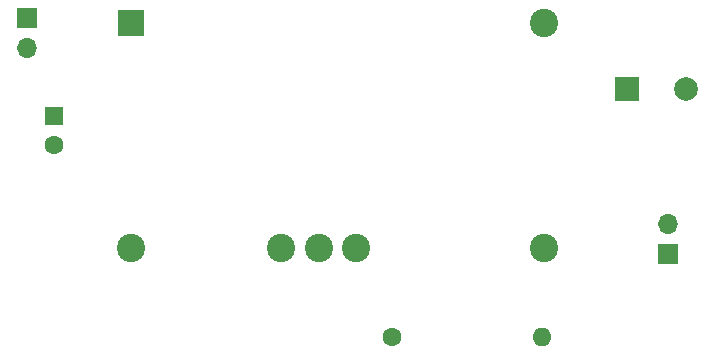
<source format=gbr>
%TF.GenerationSoftware,KiCad,Pcbnew,9.0.0*%
%TF.CreationDate,2025-03-18T18:28:57-04:00*%
%TF.ProjectId,motor power breakout,6d6f746f-7220-4706-9f77-657220627265,rev?*%
%TF.SameCoordinates,Original*%
%TF.FileFunction,Soldermask,Bot*%
%TF.FilePolarity,Negative*%
%FSLAX46Y46*%
G04 Gerber Fmt 4.6, Leading zero omitted, Abs format (unit mm)*
G04 Created by KiCad (PCBNEW 9.0.0) date 2025-03-18 18:28:57*
%MOMM*%
%LPD*%
G01*
G04 APERTURE LIST*
%ADD10R,1.600000X1.600000*%
%ADD11C,1.600000*%
%ADD12O,1.700000X1.700000*%
%ADD13R,1.700000X1.700000*%
%ADD14C,2.400000*%
%ADD15R,2.300000X2.300000*%
%ADD16O,1.600000X1.600000*%
%ADD17R,2.000000X2.000000*%
%ADD18C,2.000000*%
G04 APERTURE END LIST*
D10*
%TO.C,C1*%
X120500000Y-102250000D03*
D11*
X120500000Y-104750000D03*
%TD*%
D12*
%TO.C,J1*%
X118240000Y-96510000D03*
D13*
X118240000Y-93970000D03*
%TD*%
%TO.C,J2*%
X172500000Y-114000000D03*
D12*
X172500000Y-111460000D03*
%TD*%
D14*
%TO.C,IC1*%
X127060000Y-113500000D03*
X146120000Y-113500000D03*
X162000000Y-94450000D03*
X162000000Y-113500000D03*
D15*
X127060000Y-94450000D03*
D14*
X139760000Y-113500000D03*
X142940000Y-113500000D03*
%TD*%
D11*
%TO.C,R1*%
X149150000Y-121000000D03*
D16*
X161850000Y-121000000D03*
%TD*%
D17*
%TO.C,C2*%
X169000000Y-100000000D03*
D18*
X174000000Y-100000000D03*
%TD*%
M02*

</source>
